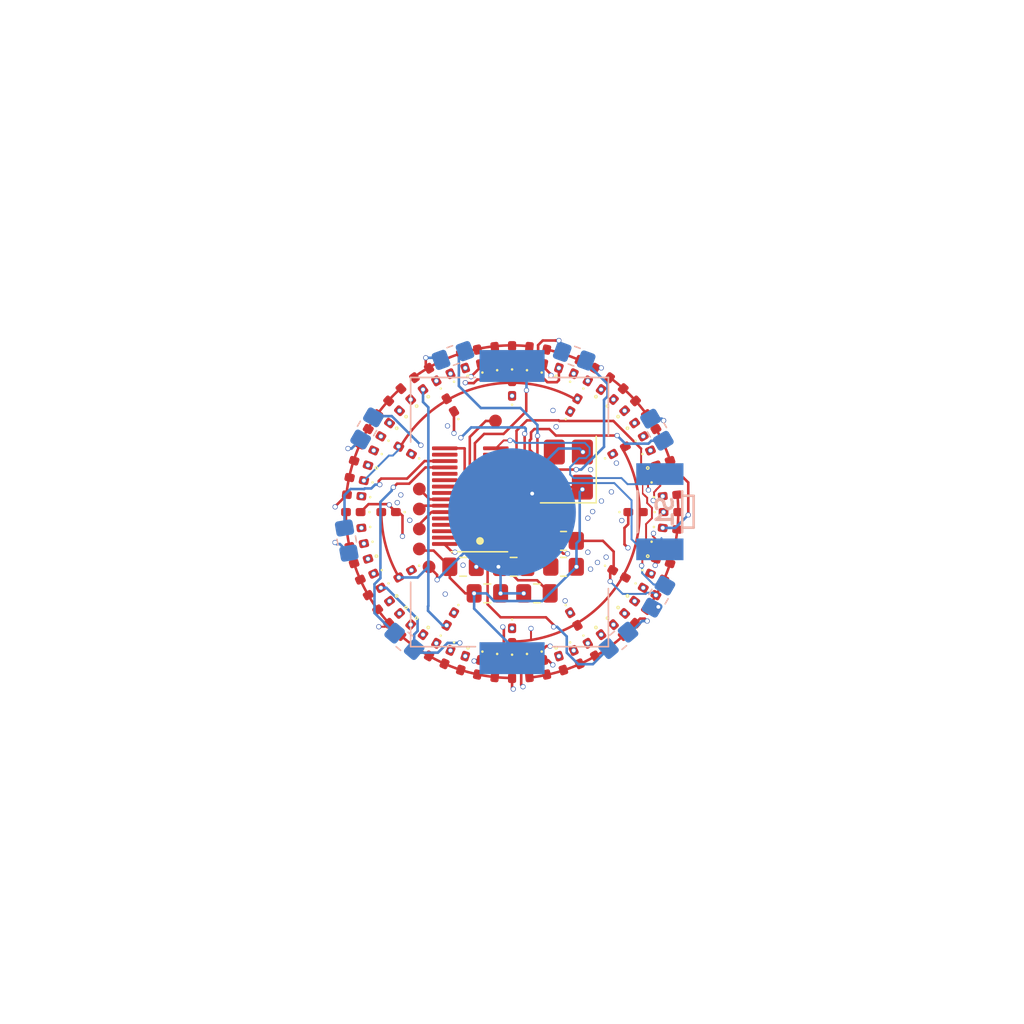
<source format=kicad_pcb>
(kicad_pcb (version 20241229) (generator "pcbnew") (generator_version "9.0")
  (layers (0 "F.Cu" signal) (4 "In1.Cu" signal) (6 "In2.Cu" signal) (2 "B.Cu" signal) (13 "F.Paste" user) (15 "B.Paste" user) (5 "F.SilkS" user "F.Silkscreen") (7 "B.SilkS" user "B.Silkscreen") (1 "F.Mask" user) (3 "B.Mask" user) (25 "Edge.Cuts" user))
  (net 0 "")
  (net 1 "NRST")
  (net 2 "GND")
  (net 3 "Net-(U3-VCORE)")
  (net 4 "Net-(U3-PA4{slash}LFCLK_IN{slash}LFXOUT)")
  (net 5 "Net-(U3-PA2{slash}ROSC)")
  (net 6 "Net-(U3-PA5{slash}HFXIN{slash}FCC_IN)")
  (net 7 "Net-(U3-PA8)")
  (net 8 "Net-(U3-PA10{slash}CLK_OUT)")
  (net 9 "Net-(U3-PA25{slash}A0_2)")
  (net 10 "Net-(U3-PA13)")
  (net 11 "Net-(U3-PA12{slash}FCC_IN)")
  (net 12 "Net-(U3-PA7{slash}CLK_OUT)")
  (net 15 "Net-(U3-PA9{slash}RTC_OUT{slash}CLK_OUT)")
  (net 25 "PA18{slash}SPI1_PICO{slash}BSL_Invoke")
  (net 29 "PA25{slash}SPI1_CS3")
  (net 30 "PA13{slash}TFT_D{slash}C")
  (net 31 "PA12")
  (net 32 "PA10")
  (net 33 "PA8{slash}SPI0_CS0")
  (net 34 "PA5{slash}HFXIN")
  (net 35 "PA4")
  (net 36 "PA2")
  (net 37 "Net-(U3-PA3{slash}LFXIN)")
  (net 38 "SWDIO")
  (net 39 "SWCLK")
  (net 40 "PA7")
  (net 41 "+VBATT")
  (footprint "LED_SMD:LED_0402_1005Metric_Pad0.77x0.64mm_HandSolder" (layer "F.Cu") (at 113.382352 63.007802 -60)
    (property "Reference" "D37" (hide yes))
    (property "Value" "LED_45deg")
  )
  (footprint "LED_SMD:LED_0402_1005Metric_Pad0.77x0.64mm_HandSolder" (layer "F.Cu") (at 104.571683 64.403275 -102)
    (property "Reference" "D30" (hide yes))
    (property "Value" "LED_45deg")
  )
  (footprint "LED_SMD:LED_0402_1005Metric_Pad0.77x0.64mm_HandSolder" (layer "F.Cu") (at 119.605352 52.22925)
    (property "Reference" "D47" (hide yes))
    (property "Value" "LED_45deg")
  )
  (footprint "TestPoint:TestPoint_Pad_D1.0mm" (layer "F.Cu") (at 100.650102 56.518602 90)
    (property "Reference" "TP2" (hide yes))
    (property "Value" "TestPoint")
  )
  (footprint "LED_SMD:LED_0402_1005Metric_Pad0.77x0.64mm_HandSolder" (layer "F.Cu") (at 98.775477 57.069249 -150)
    (property "Reference" "D66" (hide yes))
    (property "Value" "LED_45deg")
  )
  (footprint "Capacitor_SMD:C_0805_2012Metric_Pad1.18x1.45mm_HandSolder" (layer "F.Cu") (at 107.279502 56.518602 180)
    (property "Reference" "C4" (hide yes))
    (property "Value" "10nF")
  )
  (footprint "LED_SMD:LED_0402_1005Metric_Pad0.77x0.64mm_HandSolder" (layer "F.Cu") (at 107.158977 61.909898 -90)
    (property "Reference" "D68" (hide yes))
    (property "Value" "LED_45deg")
  )
  (footprint "LED_SMD:LED_0402_1005Metric_Pad0.77x0.64mm_HandSolder" (layer "F.Cu") (at 94.713352 52.22925 180)
    (property "Reference" "D17" (hide yes))
    (property "Value" "LED_45deg")
  )
  (footprint "LED_SMD:LED_0402_1005Metric_Pad0.77x0.64mm_HandSolder" (layer "F.Cu") (at 108.460313 39.85143 84)
    (property "Reference" "D1" (hide yes))
    (property "Value" "LED_45deg")
  )
  (footprint "LED_SMD:LED_0402_1005Metric_Pad0.77x0.64mm_HandSolder" (layer "F.Cu") (at 104.571683 40.055225 102)
    (property "Reference" "D4" (hide yes))
    (property "Value" "LED_45deg")
  )
  (footprint "LED_SMD:LED_0402_1005Metric_Pad0.77x0.64mm_HandSolder" (layer "F.Cu") (at 117.937904 46.00625 30)
    (property "Reference" "D52" (hide yes))
    (property "Value" "LED_45deg")
  )
  (footprint "LED_SMD:LED_0402_1005Metric_Pad0.77x0.64mm_HandSolder" (layer "F.Cu") (at 116.408532 43.90125 42)
    (property "Reference" "D54" (hide yes))
    (property "Value" "LED_45deg")
  )
  (footprint "LED_SMD:LED_0402_1005Metric_Pad0.77x0.64mm_HandSolder" (layer "F.Cu") (at 97.478704 52.228875 180)
    (property "Reference" "D65" (hide yes))
    (property "Value" "LED_45deg")
  )
  (footprint "Oscillator:Oscillator_SMD_Abracon_ASE-4Pin_3.2x2.5mm_HandSoldering" (layer "F.Cu") (at 111.572102 48.898602 90)
    (property "Reference" "Y2" (hide yes))
    (property "Value" "TXC-7C")
  )
  (footprint "TestPoint:TestPoint_Pad_D1.0mm" (layer "F.Cu") (at 99.888102 51.988935 90)
    (property "Reference" "TP3" (hide yes))
    (property "Value" "TestPoint" (hide yes))
  )
  (footprint "LED_SMD:LED_0402_1005Metric_Pad0.77x0.64mm_HandSolder" (layer "F.Cu") (at 102.097108 63.599237 -114)
    (property "Reference" "D28" (hide yes))
    (property "Value" "LED_45deg")
  )
  (footprint "LED_SMD:LED_0402_1005Metric_Pad0.77x0.64mm_HandSolder" (layer "F.Cu") (at 116.408532 60.55725 -42)
    (property "Reference" "D40" (hide yes))
    (property "Value" "LED_45deg")
  )
  (footprint "LED_SMD:LED_0402_1005Metric_Pad0.77x0.64mm_HandSolder" (layer "F.Cu") (at 96.3808 58.45225 -150)
    (property "Reference" "D22" (hide yes))
    (property "Value" "LED_45deg")
  )
  (footprint "TestPoint:TestPoint_Pad_D1.0mm" (layer "F.Cu") (at 99.888102 53.555269 90)
    (property "Reference" "TP4" (hide yes))
    (property "Value" "TestPoint" (hide yes))
  )
  (footprint "LED_SMD:LED_0402_1005Metric_Pad0.77x0.64mm_HandSolder" (layer "F.Cu") (at 96.3808 46.00625 150)
    (property "Reference" "D12" (hide yes))
    (property "Value" "LED_45deg")
  )
  (footprint "LED_SMD:LED_0402_1005Metric_Pad0.77x0.64mm_HandSolder" (layer "F.Cu") (at 107.159352 39.78325 90)
    (property "Reference" "D2" (hide yes))
    (property "Value" "LED_45deg")
  )
  (footprint "LED_SMD:LED_0402_1005Metric_Pad0.77x0.64mm_HandSolder" (layer "F.Cu") (at 94.985327 54.816919 -168)
    (property "Reference" "D19" (hide yes))
    (property "Value" "LED_45deg")
  )
  (footprint "LED_SMD:LED_0402_1005Metric_Pad0.77x0.64mm_HandSolder" (layer "F.Cu") (at 105.858391 39.85143 96)
    (property "Reference" "D3" (hide yes))
    (property "Value" "LED_45deg")
  )
  (footprint "LED_SMD:LED_0402_1005Metric_Pad0.77x0.64mm_HandSolder" (layer "F.Cu") (at 109.747021 64.403275 -78)
    (property "Reference" "D34" (hide yes))
    (property "Value" "LED_45deg")
  )
  (footprint "Resistor_SMD:R_0805_2012Metric_Pad1.20x1.40mm_HandSolder" (layer "F.Cu") (at 111.191102 56.518602 180)
    (property "Reference" "R19" (hide yes))
    (property "Value" "47k")
  )
  (footprint "Capacitor_SMD:C_0805_2012Metric_Pad1.18x1.45mm_HandSolder" (layer "F.Cu") (at 103.317102 56.518602)
    (property "Reference" "C7" (hide yes))
    (property "Value" "10uF")
  )
  (footprint "LED_SMD:LED_0402_1005Metric_Pad0.77x0.64mm_HandSolder" (layer "F.Cu") (at 118.996201 48.383224 18)
    (property "Reference" "D50" (hide yes))
    (property "Value" "LED_45deg")
  )
  (footprint "LED_SMD:LED_0402_1005Metric_Pad0.77x0.64mm_HandSolder" (layer "F.Cu") (at 115.487352 61.47843 -48)
    (property "Reference" "D39" (hide yes))
    (property "Value" "LED_45deg")
  )
  (footprint "LED_SMD:LED_0402_1005Metric_Pad0.77x0.64mm_HandSolder" (layer "F.Cu") (at 100.936352 41.450698 120)
    (property "Reference" "D7" (hide yes))
    (property "Value" "LED_45deg")
  )
  (footprint "LED_SMD:LED_0402_1005Metric_Pad0.77x0.64mm_HandSolder" (layer "F.Cu") (at 97.090326 44.913675 144)
    (property "Reference" "D11" (hide yes))
    (property "Value" "LED_45deg")
  )
  (footprint "LED_SMD:LED_0402_1005Metric_Pad0.77x0.64mm_HandSolder" (layer "F.Cu") (at 119.537172 53.530211 -6)
    (property "Reference" "D46" (hide yes))
    (property "Value" "LED_45deg")
  )
  (footprint "LED_SMD:LED_0402_1005Metric_Pad0.77x0.64mm_HandSolder" (layer "F.Cu") (at 115.487352 42.98007 48)
    (property "Reference" "D55" (hide yes))
    (property "Value" "LED_45deg")
  )
  (footprint "Capacitor_SMD:C_0805_2012Metric_Pad1.18x1.45mm_HandSolder" (layer "F.Cu") (at 105.222102 58.601402)
    (property "Reference" "C8" (hide yes))
    (property "Value" "0.1uF")
  )
  (footprint "LED_SMD:LED_0402_1005Metric_Pad0.77x0.64mm_HandSolder" (layer "F.Cu") (at 111.005378 64.066099 -72)
    (property "Reference" "D35" (hide yes))
    (property "Value" "LED_45deg")
  )
  (footprint "LED_SMD:LED_0402_1005Metric_Pad0.77x0.64mm_HandSolder" (layer "F.Cu") (at 99.843777 62.298276 -126)
    (property "Reference" "D26" (hide yes))
    (property "Value" "LED_45deg")
  )
  (footprint "TestPoint:TestPoint_Pad_D1.0mm" (layer "F.Cu") (at 99.888102 55.121602 90)
    (property "Reference" "TP1" (hide yes))
    (property "Value" "TestPoint")
  )
  (footprint "LED_SMD:LED_0402_1005Metric_Pad0.77x0.64mm_HandSolder" (layer "F.Cu") (at 118.529339 47.167006 24)
    (property "Reference" "D51" (hide yes))
    (property "Value" "LED_45deg")
  )
  (footprint "LED_SMD:LED_0402_1005Metric_Pad0.77x0.64mm_HandSolder" (layer "F.Cu") (at 113.382352 41.450698 60)
    (property "Reference" "D57" (hide yes))
    (property "Value" "LED_45deg")
  )
  (footprint "LED_SMD:LED_0402_1005Metric_Pad0.77x0.64mm_HandSolder" (layer "F.Cu") (at 98.831352 61.47843 -132)
    (property "Reference" "D25" (hide yes))
    (property "Value" "LED_45deg")
  )
  (footprint "LED_SMD:LED_0402_1005Metric_Pad0.77x0.64mm_HandSolder" (layer "F.Cu") (at 119.537172 50.928289 6)
    (property "Reference" "D48" (hide yes))
    (property "Value" "LED_45deg")
  )
  (footprint "LED_SMD:LED_0402_1005Metric_Pad0.77x0.64mm_HandSolder" (layer "F.Cu") (at 119.333377 54.816919 -12)
    (property "Reference" "D45" (hide yes))
    (property "Value" "LED_45deg")
  )
  (footprint "LED_SMD:LED_0402_1005Metric_Pad0.77x0.64mm_HandSolder" (layer "F.Cu") (at 99.843777 42.160224 126)
    (property "Reference" "D8" (hide yes))
    (property "Value" "LED_45deg")
  )
  (footprint "LED_SMD:LED_0402_1005Metric_Pad0.77x0.64mm_HandSolder" (layer "F.Cu") (at 98.775852 47.388601 150)
    (property "Reference" "D64" (hide yes))
    (property "Value" "LED_45deg")
  )
  (footprint "LED_SMD:LED_0402_1005Metric_Pad0.77x0.64mm_HandSolder" (layer "F.Cu") (at 95.322503 56.075276 -162)
    (property "Reference" "D20" (hide yes))
    (property "Value" "LED_45deg")
  )
  (footprint "LED_SMD:LED_0402_1005Metric_Pad0.77x0.64mm_HandSolder" (layer "F.Cu") (at 112.000001 43.84575 60)
    (property "Reference" "D61" (hide yes))
    (property "Value" "LED_45deg")
  )
  (footprint "LED_SMD:LED_0402_1005Metric_Pad0.77x0.64mm_HandSolder" (layer "F.Cu") (at 118.529339 57.291494 -24)
    (property "Reference" "D43" (hide yes))
    (property "Value" "LED_45deg")
  )
  (footprint "LED_SMD:LED_0402_1005Metric_Pad0.77x0.64mm_HandSolder" (layer "F.Cu") (at 102.319353 43.845375 120)
    (property "Reference" "D63" (hide yes))
    (property "Value" "LED_45deg")
  )
  (footprint "LED_SMD:LED_0402_1005Metric_Pad0.77x0.64mm_HandSolder" (layer "F.Cu") (at 115.543227 47.389251 30)
    (property "Reference" "D72" (hide yes))
    (property "Value" "LED_45deg")
  )
  (footprint "LED_SMD:LED_0402_1005Metric_Pad0.77x0.64mm_HandSolder" (layer "F.Cu") (at 117.228378 44.913675 36)
    (property "Reference" "D53" (hide yes))
    (property "Value" "LED_45deg")
  )
  (footprint "LED_SMD:LED_0402_1005Metric_Pad0.77x0.64mm_HandSolder" (layer "F.Cu") (at 102.318703 60.61275 -120)
    (property "Reference" "D67" (hide yes))
    (property "Value" "LED_45deg")
  )
  (footprint "LED_SMD:LED_0402_1005Metric_Pad0.77x0.64mm_HandSolder" (layer "F.Cu") (at 95.789365 47.167006 156)
    (property "Reference" "D13" (hide yes))
    (property "Value" "LED_45deg")
  )
  (footprint "LED_SMD:LED_0402_1005Metric_Pad0.77x0.64mm_HandSolder" (layer "F.Cu") (at 98.831352 42.98007 132)
    (property "Reference" "D9" (hide yes))
    (property "Value" "LED_45deg")
  )
  (footprint "LED_SMD:LED_0402_1005Metric_Pad0.77x0.64mm_HandSolder" (layer "F.Cu") (at 103.313326 40.392401 108)
    (property "Reference" "D5" (hide yes))
    (property "Value" "LED_45deg")
  )
  (footprint "LED_SMD:LED_0402_1005Metric_Pad0.77x0.64mm_HandSolder" (layer "F.Cu") (at 94.781532 50.928289 174)
    (property "Reference" "D16" (hide yes))
    (property "Value" "LED_45deg")
  )
  (footprint "led_watch:generic_VSSOP_0.5mm" (layer "F.Cu") (at 103.883127 53.730602 180)
    (property "Reference" "U3" (hide yes))
    (property "Value" "M0G3507QDGS32RQ1")
  )
  (footprint "LED_SMD:LED_0402_1005Metric_Pad0.77x0.64mm_HandSolder" (layer "F.Cu") (at 94.985327 49.641581 168)
    (property "Reference" "D15" (hide yes))
    (property "Value" "LED_45deg")
  )
  (footprint "Capacitor_SMD:C_0805_2012Metric_Pad1.18x1.45mm_HandSolder" (layer "F.Cu") (at 109.108302 58.601402 180)
    (property "Reference" "C9" (hide yes))
    (property "Value" "0.47uF")
  )
  (footprint "LED_SMD:LED_0402_1005Metric_Pad0.77x0.64mm_HandSolder" (layer "F.Cu") (at 97.910172 60.55725 -138)
    (property "Reference" "D24" (hide yes))
    (property "Value" "LED_45deg")
  )
  (footprint "LED_SMD:LED_0402_1005Metric_Pad0.77x0.64mm_HandSolder" (layer "F.Cu") (at 107.159727 42.548602 90)
    (property "Reference" "D62" (hide yes))
    (property "Value" "LED_45deg")
  )
  (footprint "LED_SMD:LED_0402_1005Metric_Pad0.77x0.64mm_HandSolder" (layer "F.Cu") (at 115.542852 57.069899 -30)
    (property "Reference" "D70" (hide yes))
    (property "Value" "LED_45deg")
  )
  (footprint "LED_SMD:LED_0402_1005Metric_Pad0.77x0.64mm_HandSolder" (layer "F.Cu") (at 119.333377 49.641581 12)
    (property "Reference" "D49" (hide yes))
    (property "Value" "LED_45deg")
  )
  (footprint "LED_SMD:LED_0402_1005Metric_Pad0.77x0.64mm_HandSolder" (layer "F.Cu") (at 108.460313 64.60707 -84)
    (property "Reference" "D33" (hide yes))
    (property "Value" "LED_45deg")
  )
  (footprint "LED_SMD:LED_0402_1005Metric_Pad0.77x0.64mm_HandSolder" (layer "F.Cu") (at 100.936352 63.007802 -120)
    (property "Reference" "D27" (hide yes))
    (property "Value" "LED_45deg")
  )
  (footprint "TestPoint:TestPoint_Pad_D1.0mm" (layer "F.Cu") (at 105.857102 45.088602 90)
    (property "Reference" "TP5" (hide yes))
    (property "Value" "TestPoint" (hide yes))
  )
  (footprint "LED_SMD:LED_0402_1005Metric_Pad0.77x0.64mm_HandSolder" (layer "F.Cu") (at 109.747021 40.055225 78)
    (property "Reference" "D60" (hide yes))
    (property "Value" "LED_45deg")
  )
  (footprint "LED_SMD:LED_0402_1005Metric_Pad0.77x0.64mm_HandSolder" (layer "F.Cu") (at 102.097108 40.859263 114)
    (property "Reference" "D6" (hide yes))
    (property "Value" "LED_45deg")
  )
  (footprint "LED_SMD:LED_0402_1005Metric_Pad0.77x0.64mm_HandSolder" (layer "F.Cu") (at 97.090326 59.544825 -144)
    (property "Reference" "D23" (hide yes))
    (property "Value" "LED_45deg")
  )
  (footprint "LED_SMD:LED_0402_1005Metric_Pad0.77x0.64mm_HandSolder" (layer "F.Cu") (at 117.228378 59.544825 -36)
    (property "Reference" "D41" (hide yes))
    (property "Value" "LED_45deg")
  )
  (footprint "LED_SMD:LED_0402_1005Metric_Pad0.77x0.64mm_HandSolder" (layer "F.Cu") (at 111.005378 40.392401 72)
    (property "Reference" "D59" (hide yes))
    (property "Value" "LED_45deg")
  )
  (footprint "LED_SMD:LED_0402_1005Metric_Pad0.77x0.64mm_HandSolder" (layer "F.Cu") (at 111.999351 60.613125 -60)
    (property "Reference" "D69" (hide yes))
    (property "Value" "LED_45deg")
  )
  (footprint "LED_SMD:LED_0402_1005Metric_Pad0.77x0.64mm_HandSolder" (layer "F.Cu") (at 117.937904 58.45225 -30)
    (property "Reference" "D42" (hide yes))
    (property "Value" "LED_45deg")
  )
  (footprint "TestPoint:TestPoint_Pad_D1.0mm" (layer "F.Cu") (at 99.888102 50.422602 90)
    (property "Reference" "TP6" (hide yes))
    (property "Value" "TestPoint" (hide yes))
  )
  (footprint "LED_SMD:LED_0402_1005Metric_Pad0.77x0.64mm_HandSolder" (layer "F.Cu") (at 114.474927 62.298276 -54)
    (property "Reference" "D38" (hide yes))
    (property "Value" "LED_45deg")
  )
  (footprint "LED_SMD:LED_0402_1005Metric_Pad0.77x0.64mm_HandSolder" (layer "F.Cu") (at 105.858391 64.60707 -96)
    (property "Reference" "D31" (hide yes))
    (property "Value" "LED_45deg")
  )
  (footprint "LED_SMD:LED_0402_1005Metric_Pad0.77x0.64mm_HandSolder" (layer "F.Cu") (at 94.781532 53.530211 -174)
    (property "Reference" "D18" (hide yes))
    (property "Value" "LED_45deg")
  )
  (footprint "LED_SMD:LED_0402_1005Metric_Pad0.77x0.64mm_HandSolder" (layer "F.Cu") (at 112.221596 63.599237 -66)
    (property "Reference" "D36" (hide yes))
    (property "Value" "LED_45deg")
  )
  (footprint "LED_SMD:LED_0402_1005Metric_Pad0.77x0.64mm_HandSolder" (layer "F.Cu") (at 107.159352 64.67525 -90)
    (property "Reference" "D32" (hide yes))
    (property "Value" "LED_45deg")
  )
  (footprint "LED_SMD:LED_0402_1005Metric_Pad0.77x0.64mm_HandSolder" (layer "F.Cu") (at 116.84 52.229625)
    (property "Reference" "D71" (hide yes))
    (property "Value" "LED_45deg")
  )
  (footprint "LED_SMD:LED_0402_1005Metric_Pad0.77x0.64mm_HandSolder" (layer "F.Cu") (at 103.313326 64.066099 -108)
    (property "Reference" "D29" (hide yes))
    (property "Value" "LED_45deg")
  )
  (footprint "LED_SMD:LED_0402_1005Metric_Pad0.77x0.64mm_HandSolder" (layer "F.Cu") (at 95.789365 57.291494 -156)
    (property "Reference" "D21" (hide yes))
    (property "Value" "LED_45deg")
  )
  (footprint "LED_SMD:LED_0402_1005Metric_Pad0.77x0.64mm_HandSolder" (layer "F.Cu") (at 112.221596 40.859263 66)
    (property "Reference" "D58" (hide yes))
    (property "Value" "LED_45deg")
  )
  (footprint "LED_SMD:LED_0402_1005Metric_Pad0.77x0.64mm_HandSolder" (layer "F.Cu") (at 114.474927 42.160224 54)
    (property "Reference" "D56" (hide yes))
    (property "Value" "LED_45deg")
  )
  (footprint "Resistor_SMD:R_0805_2012Metric_Pad1.20x1.40mm_HandSolder" (layer "F.Cu") (at 111.191102 54.486602)
    (property "Reference" "R11" (hide yes))
    (property "Value" "75")
  )
  (footprint "LED_SMD:LED_0402_1005Metric_Pad0.77x0.64mm_HandSolder" (layer "F.Cu") (at 97.910172 43.90125 138)
    (property "Reference" "D10" (hide yes))
    (property "Value" "LED_45deg")
  )
  (footprint "LED_SMD:LED_0402_1005Metric_Pad0.77x0.64mm_HandSolder" (layer "F.Cu") (at 118.996201 56.075276 -18)
    (property "Reference" "D44" (hide yes))
    (property "Value" "LED_45deg")
  )
  (footprint "LED_SMD:LED_0402_1005Metric_Pad0.77x0.64mm_HandSolder" (layer "F.Cu") (at 95.322503 48.383224 162)
    (property "Reference" "D14" (hide yes))
    (property "Value" "LED_45deg")
  )
  (footprint "led_watch:BAT_BAT-HLD-001" (layer "B.Cu") (at 107.159352 52.22925 90)
    (property "Reference" "BT1" (hide yes))
    (property "Value" "BAT-HLD-001")
  )
  (footprint "Resistor_SMD:R_0805_2012Metric_Pad1.20x1.40mm_HandSolder" (layer "B.Cu") (at 94.198502 54.461202 -80)
    (property "Reference" "R15" (hide yes))
    (property "Value" "75")
  )
  (footprint "Resistor_SMD:R_0805_2012Metric_Pad1.20x1.40mm_HandSolder" (layer "B.Cu") (at 102.529702 39.957802 -160)
    (property "Reference" "R1" (hide yes))
    (property "Value" "75")
  )
  (footprint "Resistor_SMD:R_0805_2012Metric_Pad1.20x1.40mm_HandSolder" (layer "B.Cu") (at 118.514302 45.771977 120)
    (property "Reference" "R5" (hide yes))
    (property "Value" "75")
  )
  (footprint "Resistor_SMD:R_0805_2012Metric_Pad1.20x1.40mm_HandSolder" (layer "B.Cu") (at 95.790702 45.670377 -120)
    (property "Reference" "R17" (hide yes))
    (property "Value" "75")
  )
  (footprint "led_watch:KSS223GLFG" (layer "B.Cu") (at 119.192102 52.200602 -90)
    (property "Reference" "S1")
    (property "Value" "KSS223GLFG" (hide yes))
  )
  (footprint "Resistor_SMD:R_0805_2012Metric_Pad1.20x1.40mm_HandSolder" (layer "B.Cu") (at 118.636514 58.855337 -120)
    (property "Reference" "R7" (hide yes))
    (property "Value" "75")
  )
  (footprint "Resistor_SMD:R_0805_2012Metric_Pad1.20x1.40mm_HandSolder" (layer "B.Cu") (at 112.029302 40.008602 160)
    (property "Reference" "R3" (hide yes))
    (property "Value" "75")
  )
  (footprint "Resistor_SMD:R_0805_2012Metric_Pad1.20x1.40mm_HandSolder" (layer "B.Cu") (at 98.719702 62.360602 -40)
    (property "Reference" "R13" (hide yes))
    (property "Value" "75")
  )
  (footprint "Resistor_SMD:R_0805_2012Metric_Pad1.20x1.40mm_HandSolder" (layer "B.Cu") (at 115.483702 62.284402 40)
    (property "Reference" "R9" (hide yes))
    (property "Value" "75")
  )
  (gr_arc (start 94.173061 50.879802) (mid 95.529746 46.304765) (end 98.440303 42.523202) (stroke (width 0.2)) (layer "F.Cu") (net 36))
  (gr_arc (start 98.376573 47.156201) (mid 104.537978 42.434595) (end 112.233258 43.453982) (stroke (width 0.2)) (layer "F.Cu") (net 31))
  (gr_arc (start 107.14848 65.230806) (mid 102.487365 64.370625) (end 98.440302 61.903402) (stroke (width 0.2)) (layer "F.Cu") (net 33))
  (gr_arc (start 98.287902 57.331402) (mid 97.258612 54.861593) (end 96.911032 52.20856) (stroke (width 0.2)) (layer "F.Cu") (net 40))
  (gr_arc (start 97.500502 60.938202) (mid 95.001458 56.896861) (end 94.12926 52.226002) (stroke (width 0.2)) (layer "F.Cu") (net 34))
  (gr_arc (start 114.793322 41.668354) (mid 118.071451 45.111045) (end 119.896799 49.50039) (stroke (width 0.2)) (layer "F.Cu") (net 30))
  (gr_arc (start 109.864779 39.492241) (mid 111.826505 40.064446) (end 113.671954 40.942001) (stroke (width 0.2)) (layer "F.Cu") (net 31))
  (gr_arc (start 120.114573 50.85366) (mid 119.743378 55.605029) (end 117.689264 59.905483) (stroke (width 0.2)) (layer "F.Cu") (net 29))
  (gr_arc (start 115.7385 47.135222) (mid 115.849931 57.252076) (end 107.128021 62.379594) (stroke (width 0.2)) (layer "F.Cu") (net 40))
  (gr_arc (start 116.856277 60.949093) (mid 113.086095 63.847019) (end 108.527852 65.201517) (stroke (width 0.2)) (layer "F.Cu") (net 32))
  (gr_arc (start 99.477222 41.651165) (mid 103.760468 39.609658) (end 108.490253 39.231393) (stroke (width 0.2)) (layer "F.Cu") (net 35))
  (gr_circle (center 107.159352 52.22925) (end 107.159352 37.42925) (stroke (width 0.001)) (fill no) (layer "Edge.Cuts"))
  (segment (start 107.284102 52.230602) (end 105.883127 52.230602) (width 0.2) (layer "F.Cu") (net 1))
  (segment (start 105.857102 45.088602) (end 105.095102 45.088602) (width 0.2) (layer "F.Cu") (net 1))
  (segment (start 105.095102 45.088602) (end 103.845102 46.338602) (width 0.2) (layer "F.Cu") (net 1))
  (segment (start 103.845102 51.839602) (end 104.236102 52.230602) (width 0.2) (layer "F.Cu") (net 1))
  (segment (start 104.236102 52.230602) (end 105.883127 52.230602) (width 0.2) (layer "F.Cu") (net 1))
  (segment (start 103.845102 46.338602) (end 103.845102 51.839602) (width 0.2) (layer "F.Cu") (net 1))
  (segment (start 108.164602 53.111102) (end 107.284102 52.230602) (width 0.2) (layer "F.Cu") (net 1))
  (segment (start 108.164602 56.518602) (end 108.164602 53.111102) (width 0.2) (layer "F.Cu") (net 1))
  (segment (start 109.911702 56.518602) (end 108.164602 56.518602) (width 0.2) (layer "F.Cu") (net 1))
  (segment (start 101.285102 57.153602) (end 101.285102 57.534602) (width 0.2) (layer "F.Cu") (net 2))
  (segment (start 100.650102 56.518602) (end 101.285102 57.153602) (width 0.2) (layer "F.Cu") (net 2))
  (segment (start 108.735695 50.846009) (end 108.351102 51.230602) (width 0.2) (layer "F.Cu") (net 2))
  (segment (start 108.735695 50.780479) (end 108.735695 50.846009) (width 0.2) (layer "F.Cu") (net 2))
  (segment (start 108.351102 51.230602) (end 105.883127 51.230602) (width 0.2) (layer "F.Cu") (net 2))
  (via (at 106.259602 58.601402) (size 0.4) (drill 0.3) (layers "F.Cu" "B.Cu") (net 2))
  (via (at 104.354602 56.518602) (size 0.4) (drill 0.3) (layers "F.Cu" "B.Cu") (net 2))
  (via (at 112.715102 47.523602) (size 0.4) (drill 0.3) (layers "F.Cu" "B.Cu") (net 2))
  (via (at 101.285102 57.534602) (size 0.4) (drill 0.3) (layers "F.Cu" "B.Cu") (net 2))
  (via (at 108.735695 50.780479) (size 0.4) (drill 0.3) (layers "F.Cu" "B.Cu") (net 2))
  (via (at 106.089602 56.518602) (size 0.4) (drill 0.3) (layers "F.Cu" "B.Cu") (net 2))
  (via (at 108.070802 58.601402) (size 0.4) (drill 0.3) (layers "F.Cu" "B.Cu") (net 2))
  (segment (start 107.159352 50.898352) (end 107.159352 52.22925) (width 0.2) (layer "B.Cu") (net 2))
  (segment (start 110.810102 47.247602) (end 107.159352 50.898352) (width 0.2) (layer "B.Cu") (net 2))
  (segment (start 112.439102 47.247602) (end 110.810102 47.247602) (width 0.2) (layer "B.Cu") (net 2))
  (segment (start 101.285102 57.534602) (end 106.590454 52.22925) (width 0.2) (layer "B.Cu") (net 2))
  (segment (start 116.525102 54.359602) (end 116.935102 54.769602) (width 0.1524) (layer "B.Cu") (net 2))
  (segment (start 119.907454 55.074954) (end 119.907454 55.52221) (width 0.2) (layer "B.Cu") (net 2))
  (segment (start 106.590454 52.22925) (end 107.159352 52.22925) (width 0.2) (layer "B.Cu") (net 2))
  (segment (start 116.525102 51.311602) (end 116.525102 54.359602) (width 0.1524) (layer "B.Cu") (net 2))
  (segment (start 107.159352 52.22925) (end 109.431431 49.957171) (width 0.1524) (layer "B.Cu") (net 2))
  (segment (start 112.715102 47.523602) (end 112.439102 47.247602) (width 0.2) (layer "B.Cu") (net 2))
  (segment (start 106.259602 53.129) (end 107.159352 52.22925) (width 0.2) (layer "B.Cu") (net 2))
  (segment (start 108.070802 58.601402) (end 106.259602 58.601402) (width 0.2) (layer "B.Cu") (net 2))
  (segment (start 115.170671 49.957171) (end 116.525102 51.311602) (width 0.1524) (layer "B.Cu") (net 2))
  (segment (start 109.431431 49.957171) (end 115.170671 49.957171) (width 0.1524) (layer "B.Cu") (net 2))
  (segment (start 106.259602 58.601402) (end 106.259602 53.129) (width 0.2) (layer "B.Cu") (net 2))
  (segment (start 118.869102 54.769602) (end 118.869102 54.264605) (width 0.1524) (layer "B.Cu") (net 2))
  (segment (start 116.935102 54.769602) (end 118.869102 54.769602) (width 0.1524) (layer "B.Cu") (net 2))
  (segment (start 107.276102 53.873602) (end 107.276102 57.228762) (width 0.2) (layer "F.Cu") (net 3))
  (segment (start 107.622742 57.575402) (end 109.119802 57.575402) (width 0.2) (layer "F.Cu") (net 3))
  (segment (start 107.133102 53.730602) (end 107.276102 53.873602) (width 0.2) (layer "F.Cu") (net 3))
  (segment (start 107.276102 57.228762) (end 107.622742 57.575402) (width 0.2) (layer "F.Cu") (net 3))
  (segment (start 109.119802 57.575402) (end 110.145802 58.601402) (width 0.2) (layer "F.Cu") (net 3))
  (segment (start 105.883127 53.730602) (end 107.133102 53.730602) (width 0.2) (layer "F.Cu") (net 3))
  (segment (start 109.147102 48.284402) (end 107.700902 49.730602) (width 0.2) (layer "F.Cu") (net 4))
  (segment (start 109.156526 46.254749) (end 109.147102 46.264173) (width 0.2) (layer "F.Cu") (net 4))
  (segment (start 107.700902 49.730602) (end 105.883127 49.730602) (width 0.2) (layer "F.Cu") (net 4))
  (segment (start 109.147102 46.264173) (end 109.147102 48.284402) (width 0.2) (layer "F.Cu") (net 4))
  (via (at 109.156526 46.254749) (size 0.4) (drill 0.3) (layers "F.Cu" "B.Cu") (net 4))
  (segment (start 102.989238 42.347738) (end 102.989238 40.095939) (width 0.2) (layer "B.Cu") (net 4))
  (segment (start 102.989238 40.095939) (end 103.469395 39.615782) (width 0.2) (layer "B.Cu") (net 4))
  (segment (start 109.156526 46.254749) (end 109.147102 46.245325) (width 0.2) (layer "B.Cu") (net 4))
  (segment (start 104.714102 44.072602) (end 102.989238 42.347738) (width 0.2) (layer "B.Cu") (net 4))
  (segment (start 107.816429 44.072602) (end 104.714102 44.072602) (width 0.2) (layer "B.Cu") (net 4))
  (segment (start 109.147102 46.245325) (end 109.147102 45.403275) (width 0.2) (layer "B.Cu") (net 4))
  (segment (start 109.147102 45.403275) (end 107.816429 44.072602) (width 0.2) (layer "B.Cu") (net 4))
  (segment (start 112.190045 48.898602) (end 109.667102 48.898602) (width 0.2) (layer "F.Cu") (net 5))
  (segment (start 109.667102 48.898602) (end 107.835102 50.730602) (width 0.2) (layer "F.Cu") (net 5))
  (segment (start 107.835102 50.730602) (end 105.883127 50.730602) (width 0.2) (layer "F.Cu") (net 5))
  (via (at 112.190045 48.898602) (size 0.4) (drill 0.3) (layers "F.Cu" "B.Cu") (net 5))
  (segment (start 114.63942 42.18692) (end 114.63942 43.161854) (width 0.2) (layer "B.Cu") (net 5))
  (segment (start 114.366102 47.115764) (end 112.583264 48.898602) (width 0.2) (layer "B.Cu") (net 5))
  (segment (start 112.583264 48.898602) (end 112.190045 48.898602) (width 0.2) (layer "B.Cu") (net 5))
  (segment (start 112.968995 40.350622) (end 112.968995 40.516495) (width 0.2) (layer "B.Cu") (net 5))
  (segment (start 114.366102 43.435172) (end 114.366102 47.115764) (width 0.2) (layer "B.Cu") (net 5))
  (segment (start 112.968995 40.516495) (end 114.63942 42.18692) (width 0.2) (layer "B.Cu") (net 5))
  (segment (start 114.63942 43.161854) (end 114.366102 43.435172) (width 0.2) (layer "B.Cu") (net 5))
  (segment (start 110.590081 46.230708) (end 115.393858 46.230708) (width 0.2) (layer "F.Cu") (net 6))
  (segment (start 108.546102 46.605023) (end 108.646102 46.505023) (width 0.2) (layer "F.Cu") (net 6))
  (segment (start 108.905102 45.723602) (end 110.082975 45.723602) (width 0.2) (layer "F.Cu") (net 6))
  (segment (start 107.633802 49.230602) (end 108.746102 48.118302) (width 0.2) (layer "F.Cu") (net 6))
  (segment (start 110.082975 45.723602) (end 110.590081 46.230708) (width 0.2) (layer "F.Cu") (net 6))
  (segment (start 108.646102 46.505023) (end 108.646102 45.982602) (width 0.2) (layer "F.Cu") (net 6))
  (segment (start 108.746102 48.118302) (end 108.746102 47.549952) (width 0.2) (layer "F.Cu") (net 6))
  (segment (start 108.746102 47.549952) (end 108.546102 47.349952) (width 0.2) (layer "F.Cu") (net 6))
  (segment (start 108.546102 47.349952) (end 108.546102 46.605023) (width 0.2) (layer "F.Cu") (net 6))
  (segment (start 108.646102 45.982602) (end 108.905102 45.723602) (width 0.2) (layer "F.Cu") (net 6))
  (segment (start 105.883127 49.230602) (end 107.633802 49.230602) (width 0.2) (layer "F.Cu") (net 6))
  (via (at 115.393858 46.230708) (size 0.4) (drill 0.3) (layers "F.Cu" "B.Cu") (net 6))
  (segment (start 115.393858 46.230708) (end 116.029752 46.866602) (width 0.2) (layer "B.Cu") (net 6))
  (segment (start 117.845902 46.866602) (end 118.074502 46.638002) (width 0.2) (layer "B.Cu") (net 6))
  (segment (start 118.074502 46.638002) (end 119.014302 46.638002) (width 0.2) (layer "B.Cu") (net 6))
  (segment (start 116.029752 46.866602) (end 117.845902 46.866602) (width 0.2) (layer "B.Cu") (net 6))
  (segment (start 118.122499 51.896448) (end 117.747164 51.521113) (width 0.1524) (layer "F.Cu") (net 7))
  (segment (start 110.81782 45.041405) (end 110.865017 45.088602) (width 0.2) (layer "F.Cu") (net 7))
  (segment (start 107.508102 47.628602) (end 107.508102 45.857639) (width 0.2) (layer "F.Cu") (net 7))
  (segment (start 117.747164 51.521113) (end 117.747164 51.109089) (width 0.1524) (layer "F.Cu") (net 7))
  (segment (start 108.324336 45.041405) (end 110.81782 45.041405) (width 0.2) (layer "F.Cu") (net 7))
  (segment (start 105.883127 47.730602) (end 107.406102 47.730602) (width 0.2) (layer "F.Cu") (net 7))
  (segment (start 117.369154 56.375663) (end 117.369154 55.096123) (width 0.1524) (layer "F.Cu") (net 7))
  (segment (start 117.369154 55.096123) (end 117.662377 54.8029) (width 0.1524) (layer "F.Cu") (net 7))
  (segment (start 117.312939 56.431878) (end 117.369154 56.375663) (width 0.1524) (layer "F.Cu") (net 7))
  (segment (start 118.122499 52.708602) (end 118.122499 51.896448) (width 0.1524) (layer "F.Cu") (net 7))
  (segment (start 117.662377 54.8029) (end 117.662377 53.168724) (width 0.1524) (layer "F.Cu") (net 7))
  (segment (start 117.394513 50.77255) (end 117.394513 48.879013) (width 0.1016) (layer "F.Cu") (net 7))
  (segment (start 117.423925 50.801962) (end 117.394513 50.77255) (width 0.1016) (layer "F.Cu") (net 7))
  (segment (start 117.662377 53.168724) (end 118.122499 52.708602) (width 0.1524) (layer "F.Cu") (net 7))
  (segment (start 117.747164 51.109089) (end 117.586209 50.948134) (width 0.1524) (layer "F.Cu") (net 7))
  (segment (start 110.865017 45.088602) (end 115.101695 45.088602) (width 0.2) (layer "F.Cu") (net 7))
  (segment (start 117.273913 48.758413) (end 117.394513 48.879013) (width 0.1524) (layer "F.Cu") (net 7))
  (segment (start 115.101695 45.088602) (end 117.273913 47.26082) (width 0.2) (layer "F.Cu") (net 7))
  (segment (start 117.570097 50.948134) (end 117.423925 50.801962) (width 0.1524) (layer "F.Cu") (net 7))
  (segment (start 107.406102 47.730602) (end 107.508102 47.628602) (width 0.2) (layer "F.Cu") (net 7))
  (segment (start 107.508102 45.857639) (end 108.324336 45.041405) (width 0.2) (layer "F.Cu") (net 7))
  (segment (start 117.586209 50.948134) (end 117.570097 50.948134) (width 0.1524) (layer "F.Cu") (net 7))
  (segment (start 117.273913 47.26082) (end 117.273913 48.758413) (width 0.1524) (layer "F.Cu") (net 7))
  (via (at 117.312939 56.431878) (size 0.4) (drill 0.3) (layers "F.Cu" "B.Cu") (net 7))
  (segment (start 117.355902 56.474841) (end 117.355902 57.012686) (width 0.1524) (layer "B.Cu") (net 7))
  (segment (start 117.312939 56.431878) (end 117.355902 56.474841) (width 0.1524) (layer "B.Cu") (net 7))
  (segment (start 117.355902 57.012686) (end 118.250601 57.907385) (width 0.1524) (layer "B.Cu") (net 7))
  (segment (start 118.250601 57.907385) (end 119.264454 57.907385) (width 0.1524) (layer "B.Cu") (net 7))
  (segment (start 103.444102 53.851602) (end 103.444102 47.247602) (width 0.2) (layer "F.Cu") (net 8))
  (segment (start 103.427102 47.230602) (end 101.883127 47.230602) (width 0.2) (layer "F.Cu") (net 8))
  (segment (start 105.243102 55.650602) (end 103.444102 53.851602) (width 0.2) (layer "F.Cu") (net 8))
  (segment (start 110.429102 61.214719) (end 110.429102 61.090602) (width 0.2) (layer "F.Cu") (net 8))
  (segment (start 106.260937 60.478437) (end 105.243102 59.460602) (width 0.2) (layer "F.Cu") (net 8))
  (segment (start 109.816937 60.478437) (end 106.260937 60.478437) (width 0.2) (layer "F.Cu") (net 8))
  (segment (start 110.429102 61.090602) (end 109.816937 60.478437) (width 0.2) (layer "F.Cu") (net 8))
  (segment (start 110.417104 61.226717) (end 110.429102 61.214719) (width 0.2) (layer "F.Cu") (net 8))
  (segment (start 103.444102 47.247602) (end 103.427102 47.230602) (width 0.2) (layer "F.Cu") (net 8))
  (segment (start 105.243102 59.460602) (end 105.243102 55.650602) (width 0.2) (layer "F.Cu") (net 8))
  (via (at 110.417104 61.226717) (size 0.4) (drill 0.3) (layers "F.Cu" "B.Cu") (net 8))
  (segment (start 114.717658 62.92719) (end 113.492666 64.152182) (width 0.2) (layer "B.Cu") (net 8))
  (segment (start 111.445102 61.979602) (end 110.692217 61.226717) (width 0.2) (layer "B.Cu") (net 8))
  (segment (start 113.492666 64.152182) (end 112.347682 64.152182) (width 0.2) (layer "B.Cu") (net 8))
  (segment (start 111.445102 63.249602) (end 111.445102 61.979602) (width 0.2) (layer "B.Cu") (net 8))
  (segment (start 112.347682 64.152182) (end 111.445102 63.249602) (width 0.2) (layer "B.Cu") (net 8))
  (segment (start 110.692217 61.226717) (end 110.417104 61.226717) (width 0.2) (layer "B.Cu") (net 8))
  (segment (start 102.481152 55.375602) (end 101.883127 54.777577) (width 0.2) (layer "F.Cu") (net 9))
  (segment (start 101.883127 54.777577) (end 101.883127 54.730602) (width 0.2) (layer "F.Cu") (net 9))
  (segment (start 102.682102 55.375602) (end 102.481152 55.375602) (width 0.2) (layer "F.Cu") (net 9))
  (segment (start 111.183465 55.494965) (end 110.191101 54.502601) (width 0.2) (layer "F.Cu") (net 9))
  (segment (start 110.191101 54.502601) (end 110.191101 54.486602) (width 0.2) (layer "F.Cu") (net 9))
  (segment (start 111.502902 55.494965) (end 111.183465 55.494965) (width 0.2) (layer "F.Cu") (net 9))
  (via (at 102.682102 55.375602) (size 0.4) (drill 0.3) (layers "F.Cu" "B.Cu") (net 9))
  (via (at 111.502902 55.494965) (size 0.4) (drill 0.3) (layers "F.Cu" "B.Cu") (net 9))
  (segment (start 98.146102 50.005602) (end 99.092202 50.005602) (width 0.2) (layer "F.Cu") (net 10))
  (segment (start 99.093202 50.006602) (end 100.369202 48.730602) (width 0.2) (layer "F.Cu") (net 10))
  (segment (start 100.369202 48.730602) (end 101.883127 48.730602) (width 0.2) (layer "F.Cu") (net 10))
  (segment (start 97.86225 50.289454) (end 98.146102 50.005602) (width 0.2) (layer "F.Cu") (net 10))
  (segment (start 97.852795 50.289454) (end 97.86225 50.289454) (width 0.2) (layer "F.Cu") (net 10))
  (segment (start 99.092202 50.005602) (end 99.093202 50.006602) (width 0.2) (layer "F.Cu") (net 10))
  (via (at 97.852795 50.289454) (size 0.4) (drill 0.3) (layers "F.Cu" "B.Cu") (net 10))
  (segment (start 97.852795 50.289454) (end 97.726432 50.415817) (width 0.2) (layer "B.Cu") (net 10))
  (segment (start 96.840102 51.438602) (end 96.840102 57.407602) (width 0.2) (layer "B.Cu") (net 10))
  (segment (start 96.3756 57.872104) (end 96.840102 57.407602) (width 0.2) (layer "B.Cu") (net 10))
  (segment (start 97.726432 50.415817) (end 97.726432 50.552272) (width 0.2) (layer "B.Cu") (net 10))
  (segment (start 97.726432 50.552272) (end 96.840102 51.438602) (width 0.2) (layer "B.Cu") (net 10))
  (segment (start 96.3756 60.139756) (end 96.3756 57.872104) (width 0.2) (layer "B.Cu") (net 10))
  (segment (start 97.953658 61.717814) (end 96.3756 60.139756) (width 0.2) (layer "B.Cu") (net 10))
  (segment (start 100.302102 48.230602) (end 101.883127 48.230602) (width 0.2) (layer "F.Cu") (net 11))
  (segment (start 96.789864 50.077223) (end 96.713102 50.000461) (width 0.2) (layer "F.Cu") (net 11))
  (segment (start 98.928102 49.604602) (end 100.302102 48.230602) (width 0.2) (layer "F.Cu") (net 11))
  (segment (start 96.713102 49.787602) (end 96.896102 49.604602) (width 0.2) (layer "F.Cu") (net 11))
  (segment (start 96.713102 50.000461) (end 96.713102 49.787602) (width 0.2) (layer "F.Cu") (net 11))
  (segment (start 96.896102 49.604602) (end 98.928102 49.604602) (width 0.2) (layer "F.Cu") (net 11))
  (via (at 96.789864 50.077223) (size 0.4) (drill 0.3) (layers "F.Cu" "B.Cu") (net 11))
  (segment (start 94.501662 50.422602) (end 94.024854 50.89941) (width 0.2) (layer "B.Cu") (net 11))
  (segment (start 95.570102 50.422602) (end 94.501662 50.422602) (width 0.2) (layer "B.Cu") (net 11))
  (segment (start 96.789864 50.077223) (end 96.422481 50.077223) (width 0.2) (layer "B.Cu") (net 11))
  (segment (start 94.024854 50.89941) (end 94.024854 53.476394) (width 0.2) (layer "B.Cu") (net 11))
  (segment (start 96.422481 50.077223) (end 96.121102 50.378602) (width 0.2) (layer "B.Cu") (net 11))
  (segment (start 95.614102 50.378602) (end 95.570102 50.422602) (width 0.2) (layer "B.Cu") (net 11))
  (segment (start 96.121102 50.378602) (end 95.614102 50.378602) (width 0.2) (layer "B.Cu") (net 11))
  (segment (start 108.066702 48.230602) (end 105.883127 48.230602) (width 0.2) (layer "F.Cu") (net 12))
  (segment (start 108.144024 46.089722) (end 108.144024 46.402491) (width 0.2) (layer "F.Cu") (net 12))
  (segment (start 108.345102 47.716052) (end 108.345102 47.952202) (width 0.2) (layer "F.Cu") (net 12))
  (segment (start 108.145102 46.403569) (end 108.145102 47.516052) (width 0.2) (layer "F.Cu") (net 12))
  (segment (start 108.145102 47.516052) (end 108.345102 47.716052) (width 0.2) (layer "F.Cu") (net 12))
  (segment (start 108.144024 46.402491) (end 108.145102 46.403569) (width 0.2) (layer "F.Cu") (net 12))
  (segment (start 108.345102 47.952202) (end 108.066702 48.230602) (width 0.2) (layer "F.Cu") (net 12))
  (via (at 103.145578 46.403126) (size 0.4) (drill 0.3) (layers "F.Cu" "B.Cu") (net 12))
  (via (at 108.144024 46.089722) (size 0.4) (drill 0.3) (layers "F.Cu" "B.Cu") (net 12))
  (via (at 100.01118 46.989194) (size 0.4) (drill 0.3) (layers "F.Cu" "B.Cu") (net 12))
  (segment (start 103.952102 45.596602) (end 108.142135 45.596602) (width 0.2) (layer "B.Cu") (net 12))
  (segment (start 99.573698 46.552198) (end 97.729102 44.707602) (width 0.2) (layer "B.Cu") (net 12))
  (segment (start 100.01118 46.989194) (end 99.574184 46.552198) (width 0.2) (layer "B.Cu") (net 12))
  (segment (start 99.574184 46.552198) (end 99.573698 46.552198) (width 0.2) (layer "B.Cu") (net 12))
  (segment (start 108.142135 45.596602) (end 108.230085 45.684552) (width 0.2) (layer "B.Cu") (net 12))
  (segment (start 96.387452 44.707602) (end 96.290702 44.804352) (width 0.2) (layer "B.Cu") (net 12))
  (segment (start 108.230085 45.684552) (end 108.230085 46.003661) (width 0.2) (layer "B.Cu") (net 12))
  (segment (start 103.145578 46.403126) (end 103.952102 45.596602) (width 0.2) (layer "B.Cu") (net 12))
  (segment (start 108.230085 46.003661) (end 108.144024 46.089722) (width 0.2) (layer "B.Cu") (net 12))
  (segment (start 97.729102 44.707602) (end 96.387452 44.707602) (width 0.2) (layer "B.Cu") (net 12))
  (segment (start 107.000102 46.612602) (end 106.501127 46.612602) (width 0.1524) (layer "F.Cu") (net 15))
  (segment (start 106.501127 46.612602) (end 105.883127 47.230602) (width 0.1524) (layer "F.Cu") (net 15))
  (via (at 107.000102 46.612602) (size 0.4) (drill 0.3) (layers "F.Cu" "B.Cu") (net 15))
  (segment (start 107.000102 46.612602) (end 107.254102 46.612602) (width 0.1524) (layer "B.Cu") (net 15))
  (segment (start 107.446302 46.804802) (end 112.866326 46.804802) (width 0.1524) (layer "B.Cu") (net 15))
  (segment (start 116.210305 50.041602) (end 117.697102 50.041602) (width 0.1524) (layer "B.Cu") (net 15))
  (segment (start 112.866326 46.804802) (end 113.235353 47.173829) (width 0.1524) (layer "B.Cu") (net 15))
  (segment (start 115.732703 49.564001) (end 116.210305 50.041602) (width 0.1524) (layer "B.Cu") (net 15))
  (segment (start 112.412982 48.000802) (end 111.712845 48.700939) (width 0.1524) (layer "B.Cu") (net 15))
  (segment (start 117.697102 50.041602) (end 118.869102 48.869602) (width 0.1524) (layer "B.Cu") (net 15))
  (segment (start 113.235353 47.705521) (end 112.940072 48.000802) (width 0.1524) (layer "B.Cu") (net 15))
  (segment (start 112.940072 48.000802) (end 112.412982 48.000802) (width 0.1524) (layer "B.Cu") (net 15))
  (segment (start 111.712845 49.293345) (end 111.983501 49.564001) (width 0.1524) (layer "B.Cu") (net 15))
  (segment (start 111.712845 48.700939) (end 111.712845 49.293345) (width 0.1524) (layer "B.Cu") (net 15))
  (segment (start 111.983501 49.564001) (end 115.732703 49.564001) (width 0.1524) (layer "B.Cu") (net 15))
  (segment (start 113.235353 47.173829) (end 113.235353 47.705521) (width 0.1524) (layer "B.Cu") (net 15))
  (segment (start 107.254102 46.612602) (end 107.446302 46.804802) (width 0.1524) (layer "B.Cu") (net 15))
  (segment (start 100.696102 51.230602) (end 101.883127 51.230602) (width 0.2) (layer "F.Cu") (net 25))
  (segment (start 99.888102 50.422602) (end 100.696102 51.230602) (width 0.2) (layer "F.Cu") (net 25))
  (segment (start 115.122624 55.328299) (end 114.280927 54.486602) (width 0.2) (layer "F.Cu") (net 29))
  (segment (start 114.851042 57.663252) (end 114.851042 56.979659) (width 0.2) (layer "F.Cu") (net 29))
  (segment (start 114.280927 54.486602) (end 112.191103 54.486602) (width 0.2) (layer "F.Cu") (net 29))
  (segment (start 115.122624 56.708077) (end 115.122624 55.328299) (width 0.2) (layer "F.Cu") (net 29))
  (segment (start 114.851042 56.979659) (end 115.122624 56.708077) (width 0.2) (layer "F.Cu") (net 29))
  (via (at 96.31237 47.399863) (size 0.4) (drill 0.3) (layers "F.Cu" "B.Cu") (net 29))
  (via (at 114.851042 57.663252) (size 0.4) (drill 0.3) (layers "F.Cu" "B.Cu") (net 29))
  (via (at 118.433704 58.7385) (size 0.4) (drill 0.3) (layers "F.Cu" "B.Cu") (net 29))
  (via (at 107.159727 43.121102) (size 0.4) (drill 0.3) (layers "F.Cu" "B.Cu") (net 29))
  (via (at 102.099075 45.474975) (size 0.4) (drill 0.3) (layers "F.Cu" "B.Cu") (net 29))
  (via (at 103.490238 40.936881) (size 0.4) (drill 0.3) (layers "F.Cu" "B.Cu") (net 29))
  (via (at 103.490238 63.521619) (size 0.4) (drill 0.3) (layers "F.Cu" "B.Cu") (net 29))
  (via (at 115.336502 48.390602) (size 0.4) (drill 0.3) (layers "F.Cu" "B.Cu") (net 29))
  (via (at 115.983082 44.284327) (size 0.4) (drill 0.3) (layers "F.Cu" "B.Cu") (net 29))
  (via (at 113.096102 62.512002) (size 0.4) (drill 0.3) (layers "F.Cu" "B.Cu") (net 29))
  (via (at 96.31237 57.058637) (size 0.4) (drill 0.3) (layers "F.Cu" "B.Cu") (net 29))
  (segment (start 115.83099 58.6432) (end 114.851042 57.663252) (width 0.1524) (layer "B.Cu") (net 29))
  (segment (start 117.732365 58.550602) (end 117.639767 58.6432) (width 0.1524) (layer "B.Cu") (net 29))
  (segment (start 118.245806 58.550602) (end 117.732365 58.550602) (width 0.1524) (layer "B.Cu") (net 29))
  (segment (start 118.433704 58.7385) (end 118.245806 58.550602) (width 0.1524) (layer "B.Cu") (net 29))
  (segment (start 117.639767 58.6432) (end 115.83099 58.6432) (width 0.1524) (layer "B.Cu") (net 29))
  (segment (start 116.2675 53.174604) (end 116.2675 52.229625) (width 0.2032) (layer "F.Cu") (net 30))
  (segment (start 104.244659 63.843285) (end 104.69071 63.843285) (width 0.2032) (layer "F.Cu") (net 30))
  (segment (start 120.970102 49.914602) (end 120.578054 49.522554) (width 0.2) (layer "F.Cu") (net 30))
  (segment (start 102.605603 46.052198) (end 102.605603 44.341175) (width 0.2032) (layer "F.Cu") (net 30))
  (segment (start 120.578054 49.522554) (end 119.893367 49.522554) (width 0.2) (layer "F.Cu") (net 30))
  (segment (start 115.971502 53.470602) (end 116.2675 53.174604) (width 0.2032) (layer "F.Cu") (net 30))
  (segment (start 104.184973 63.902971) (end 104.244659 63.843285) (width 0.2032) (layer "F.Cu") (net 30))
  (segment (start 116.244236 55.03343) (end 115.971502 54.760696) (width 0.2032) (layer "F.Cu") (net 30))
  (segment (start 120.970102 52.454602) (end 120.970102 49.914602) (width 0.2) (layer "F.Cu") (net 30))
  (segment (start 115.971502 54.760696) (end 115.971502 53.470602) (width 0.2032) (layer "F.Cu") (net 30))
  (via (at 103.062638 62.487602) (size 0.4) (drill 0.3) (layers "F.Cu" "B.Cu") (net 30))
  (via (at 102.605603 46.052198) (size 0.4) (drill 0.3) (layers "F.Cu" "B.Cu") (net 30))
  (via (at 114.13842 61.835114) (size 0.4) (drill 0.3) (layers "F.Cu" "B.Cu") (net 30))
  (via (at 102.329965 41.382268) (size 0.4) (drill 0.3) (layers "F.Cu" "B.Cu") (net 30))
  (via (at 104.184973 63.902971) (size 0.4) (drill 0.3) (layers "F.Cu" "B.Cu") (net 30))
  (via (at 120.970102 52.454602) (size 0.4) (drill 0.3) (layers "F.Cu" "B.Cu") (net 30))
  (via (at 96.8766 58.166) (size 0.4) (drill 0.3) (layers "F.Cu" "B.Cu") (net 30))
  (via (at 118.967808 53.470368) (size 0.4) (drill 0.3) (layers "F.Cu" "B.Cu") (net 30))
  (via (at 95.866983 48.560136) (size 0.4) (drill 0.3) (layers "F.Cu" "B.Cu") (net 30))
  (via (at 116.244236 55.03343) (size 0.4) (drill 0.3) (layers "F.Cu" "B.Cu") (net 30))
  (segment (start 99.752684 61.55193) (end 99.485746 61.818868) (width 0.2032) (layer "B.Cu") (net 30))
  (segment (start 99.485746 63.00339) (end 99.731958 63.249602) (width 0.2032) (layer "B.Cu") (net 30))
  (segment (start 119.954336 53.470368) (end 118.967808 53.470368) (width 0.2) (layer "B.Cu") (net 30))
  (segment (start 99.752684 60.609698) (end 99.752684 61.55193) (width 0.2032) (layer "B.Cu") (net 30))
  (segment (start 102.106724 62.487602) (end 103.062638 62.487602) (width 0.2032) (layer "B.Cu") (net 30))
  (segment (start 96.8766 58.166) (end 97.308986 58.166) (width 0.2032) (layer "B.Cu") (net 30))
  (segment (start 99.485746 61.818868) (end 99.485746 63.00339) (width 0.2032) (layer "B.Cu") (net 30))
  (segment (start 101.344724 63.249602) (end 102.106724 62.487602) (width 0.2032) (layer "B.Cu") (net 30))
  (segment (start 99.731958 63.249602) (end 101.344724 63.249602) (width 0.2032) (layer "B.Cu") (net 30))
  (segment (start 97.308986 58.166) (end 99.752684 60.609698) (width 0.2032) (layer "B.Cu") (net 30))
  (segment (start 99.752684 62.736452) (end 99.485746 63.00339) (width 0.2032) (layer "B.Cu") (net 30))
  (segment (start 120.970102 52.454602) (end 119.954336 53.470368) (width 0.2) (layer "B.Cu") (net 30))
  (segment (start 106.513245 63.442695) (end 105.918234 64.037706) (width 0.2032) (layer "F.Cu") (net 31))
  (segment (start 113.800806 40.954898) (end 113.668602 40.954898) (width 0.1524) (layer "F.Cu") (net 31))
  (segment (start 98.280052 47.102351) (end 98.271604 47.102351) (width 0.1524) (layer "F.Cu") (net 31))
  (segment (start 106.434234 61.235789) (end 106.510289 61.235789) (width 0.2032) (layer "F.Cu") (net 31))
  (segment (start 106.510289 61.235789) (end 106.513245 61.238745) (width 0.2032) (layer "F.Cu") (net 31))
  (segment (start 98.271604 47.102351) (end 98.255412 47.086159) (width 0.1524) (layer "F.Cu") (net 31))
  (segment (start 113.825709 40.929995) (end 113.800806 40.954898) (width 0.1524) (layer "F.Cu") (net 31))
  (segment (start 114.149409 40.929995) (end 113.825709 40.929995) (width 0.1524) (layer "F.Cu") (net 31))
  (segment (start 106.513245 61.238745) (end 106.513245 63.442695) (width 0.2032) (layer "F.Cu") (net 31))
  (via (at 113.097102 52.708602) (size 0.4) (drill 0.3) (layers "F.Cu" "B.Cu") (net 31))
  (via (at 115.758205 52.893285) (size 0.4) (drill 0.3) (layers "F.Cu" "B.Cu") (net 31))
  (via (at 97.553488 59.208318) (size 0.4) (drill 0.3) (layers "F.Cu" "B.Cu") (net 31))
  (via (at 115.047427 47.675501) (size 0.4) (drill 0.3) (layers "F.Cu" "B.Cu") (net 31))
  (via (at 99.139816 52.872475) (size 0.4) (drill 0.3) (layers "F.Cu" "B.Cu") (net 31))
  (via (at 115.104275 61.05298) (size 0.4) (drill 0.3) (layers "F.Cu" "B.Cu") (net 31))
  (via (at 115.104275 43.40552) (size 0.4) (drill 0.3) (layers "F.Cu" "B.Cu") (net 31))
  (via (at 95.545317 49.760608) (size 0.4) (drill 0.3) (layers "F.Cu" "B.Cu") (net 31))
  (via (at 98.255412 47.086159) (size 0.4) (drill 0.3) (layers "F.Cu" "B.Cu") (net 31))
  (via (at 119.032852 52.22925) (size 0.4) (drill 0.3) (layers "F.Cu" "B.Cu") (net 31))
  (via (at 106.434234 61.235789) (size 0.4) (drill 0.3) (layers "F.Cu" "B.Cu") (net 31))
  (via (at 93.284102 54.613602) (size 0.4) (drill 0.3) (layers "F.Cu" "B.Cu") (net 31))
  (via (at 114.149409 40.929995) (size 0.4) (drill 0.3) (layers "F.Cu" "B.Cu") (net 31))
  (via (at 112.286251 43.34995) (size 0.4) (drill 0.3) (layers "F.Cu" "B.Cu") (net 31))
  (via (at 101.222602 41.946498) (size 0.4) (drill 0.3) (layers "F.Cu" "B.Cu") (net 31))
  (segment (start 97.503862 47.802063) (end 95.545317 49.760608) (width 0.1524) (layer "B.Cu") (net 31))
  (segment (start 93.665102 54.738962) (end 94.37215 55.44601) (width 0.2032) (layer "B.Cu") (net 31))
  (segment (start 98.255412 47.356292) (end 97.809641 47.802063) (width 0.1524) (layer "B.Cu") (net 31))
  (segment (start 98.255412 47.086159) (end 98.255412 47.356292) (width 0.1524) (layer "B.Cu") (net 31))
  (segment (start 93.409462 54.738962) (end 93.665102 54.738962) (width 0.2032) (layer "B.Cu") (net 31))
  (segment (start 93.284102 54.613602) (end 93.409462 54.738962) (width 0.2032) (layer "B.Cu") (net 31))
  (segment (start 97.809641 47.802063) (end 97.503862 47.802063) (width 0.1524) (layer "B.Cu") (net 31))
  (segment (start 104.69071 40.862853) (end 104.69071 40.615215) (width 0.2032) (layer "F.Cu") (net 32))
  (segment (start 118.196302 54.120807) (end 118.773387 54.697892) (width 0.1524) (layer "F.Cu") (net 32))
  (segment (start 103.954835 41.598728) (end 104.69071 40.862853) (width 0.2032) (layer "F.Cu") (net 32))
  (segment (start 117.749407 60.769178) (end 117.562831 60.582602) (width 0.2032) (layer "F.Cu") (net 32))
  (segment (start 103.946834 41.616616) (end 103.954835 41.608615) (width 0.2032) (layer "F.Cu") (net 32))
  (segment (start 103.954835 41.608615) (end 103.954835 41.598728) (width 0.2032) (layer "F.Cu") (net 32))
  (segment (start 118.2448 53.899778) (end 118.196302 53.948276) (width 0.1524) (layer "F.Cu") (net 32))
  (segment (start 118.196302 53.948276) (end 118.196302 54.120807) (width 0.1524) (layer "F.Cu") (net 32))
  (segment (start 117.191707 60.582602) (end 116.833982 60.940327) (width 0.2032) (layer "F.Cu") (net 32))
  (segment (start 117.562831 60.582602) (end 117.191707 60.582602) (width 0.2032) (layer "F.Cu") (net 32))
  (via (at 103.946834 41.616616) (size 0.4) (drill 0.3) (layers "F.Cu" "B.Cu") (net 32))
  (via (at 96.8766 46.2925) (size 0.4) (drill 0.3) (layers "F.Cu" "B.Cu") (net 32))
  (via (at 111.713751 44.34155) (size 0.4) (drill 0.3) (layers "F.Cu" "B.Cu") (net 32))
  (via (at 111.713101 60.117325) (size 0.4) (drill 0.3) (layers "F.Cu" "B.Cu") (net 32))
  (via (at 118.2448 53.899778) (size 0.4) (drill 0.3) (layers "F.Cu" "B.Cu") (net 32))
  (via (at 102.329965 63.076232) (size 0.4) (drill 0.3) (layers "F.Cu" "B.Cu") (net 32))
  (via (at 101.920102 58.657402) (size 0.4) (drill 0.3) (layers "F.Cu" "B.Cu") (net 32))
  (via (at 117.749407 60.769178) (size 0.4) (drill 0.3) (layers "F.Cu" "B.Cu") (net 32))
  (via (at 116.765216 45.250182) (size 0.4) (drill 0.3) (layers "F.Cu" "B.Cu") (net 32))
  (via (at 95.866983 55.898364) (size 0.4) (drill 0.3) (layers "F.Cu" "B.Cu") (net 32))
  (segment (start 117.749407 60.769178) (end 117.354526 60.769178) (width 0.2032) (layer "B.Cu") (net 32))
  (segment (start 117.354526 60.769178) (end 116.48209 61.641614) (width 0.2032) (layer "B.Cu") (net 32))
  (segment (start 116.48209 61.641614) (end 116.249746 61.641614) (width 0.2032) (layer "B.Cu") (net 32))
  (segment (start 103.523551 42.119216) (end 103.492716 42.088381) (width 0.2032) (layer "F.Cu") (net 33))
  (segment (start 118.378184 55.971901) (end 118.451721 55.898364) (width 0.2032) (layer "F.Cu") (net 33))
  (segment (start 110.210115 41.515552) (end 110.210115 41.440615) (width 0.2032) (layer "F.Cu") (net 33))
  (segment (start 118.378184 56.405935) (end 118.378184 55.971901) (width 0.2032) (layer "F.Cu") (net 33))
  (segment (start 107.159352 65.24775) (end 107.159352 66.009631) (width 0.2032) (layer "F.Cu") (net 33))
  (segment (start 104.659337 41.841367) (end 104.432867 41.841367) (width 0.2032) (layer "F.Cu") (net 33))
  (segment (start 105.918234 40.58247) (end 105.918234 40.420794) (width 0.2032) (layer "F.Cu") (net 33))
  (segment (start 107.159352 66.009631) (end 107.253649 66.103928) (width 0.2032) (layer "F.Cu") (net 33))
  (segment (start 109.627994 40.858494) (end 109.627994 40.615215) (width 0.2032) (layer "F.Cu") (net 33))
  (segment (start 110.210115 41.440615) (end 109.627994 40.858494) (width 0.2032) (layer "F.Cu") (net 33))
  (segment (start 104.155018 42.119216) (end 103.523551 42.119216) (width 0.2032) (layer "F.Cu") (net 33))
  (segment (start 104.659337 41.841367) (end 105.918234 40.58247) (width 0.2032) (layer "F.Cu") (net 33))
  (segment (start 104.432867 41.841367) (end 104.155018 42.119216) (width 0.2032) (layer "F.Cu") (net 33))
  (via (at 97.553488 45.250182) (size 0.4) (drill 0.3) (layers "F.Cu" "B.Cu") (net 33))
  (via (at 117.442104 46.2925) (size 0.4) (drill 0.3) (layers "F.Cu" "B.Cu") (net 33))
  (via (at 111.988739 63.076232) (size 0.4) (drill 0.3) (layers "F.Cu" "B.Cu") (net 33))
  (via (at 103.492716 42.088381) (size 0.4) (drill 0.3) (layers "F.Cu" "B.Cu") (net 33))
  (via (at 95.545317 54.697892) (size 0.4) (drill 0.3) (layers "F.Cu" "B.Cu") (net 33))
  (via (at 107.253649 66.103928) (size 0.4) (drill 0.3) (layers "F.Cu" "B.Cu") (net 33))
  (via (at 110.365602 44.263102) (size 0.4) (drill 0.3) (layers "F.Cu" "B.Cu") (net 33))
  (via (at 118.378184 56.405935) (size 0.4) (drill 0.3) (layers "F.Cu" "B.Cu") (net 33))
  (via (at 118.624025 59.660152) (size 0.4) (drill 0.3) (layers "F.Cu" "B.Cu") (net 33))
  (via (at 107.158977 61.337398) (size 0.4) (drill 0.3) (layers "F.Cu" "B.Cu") (net 33))
  (via (at 110.210115 41.515552) (size 0.4) (drill 0.3) (layers "F.Cu" "B.Cu") (net 33))
  (segment (start 109.209622 41.329122) (end 109.929692 42.049192) (width 0.2032) (layer "F.Cu") (net 34))
  (segment (start 109.929692 42.049192) (end 110.674512 42.049192) (width 0.2032) (layer "F.Cu") (net 34))
  (segment (start 107.159352 40.35575) (end 108.132724 41.329122) (width 0.2032) (layer "F.Cu") (net 34))
  (segment (start 110.828466 41.895238) (end 110.828466 40.936881) (width 0.2032) (layer "F.Cu") (net 34))
  (segment (start 108.132724 41.329122) (end 109.209622 41.329122) (width 0.2032) (layer "F.Cu") (net 34))
  (segment (start 110.674512 42.049192) (end 110.828466 41.895238) (width 0.2032) (layer "F.Cu") (net 34))
  (segment (start 97.207447 61.217602) (end 97.484722 60.940327) (width 0.1524) (layer "F.Cu") (net 34))
  (segment (start 96.713102 61.217602) (end 97.207447 61.217602) (width 0.1524) (layer "F.Cu") (net 34))
  (via (at 98.335622 44.284327) (size 0.4) (drill 0.3) (layers "F.Cu" "B.Cu") (net 34))
  (via (at 96.713102 61.217602) (size 0.4) (drill 0.3) (layers "F.Cu" "B.Cu") (net 34))
  (via (at 101.222602 62.512002) (size 0.4) (drill 0.3) (layers "F.Cu" "B.Cu") (net 34))
  (via (at 111.318102 59.185602) (size 0.4) (drill 0.3) (layers "F.Cu" "B.Cu") (net 34))
  (via (at 114.532813 55.761043) (size 0.4) (drill 0.3) (layers "F.Cu" "B.Cu") (net 34))
  (via (at 110.828466 63.521619) (size 0.4) (drill 0.3) (layers "F.Cu" "B.Cu") (net 34))
  (via (at 103.317102 56.391602) (size 0.4) (drill 0.3) (layers "F.Cu" "B.Cu") (net 34))
  (via (at 110.610299 45.542405) (size 0.4) (drill 0.3) (layers "F.Cu" "B.Cu") (net 34))
  (via (at 102.604953 60.11695) (size 0.4) (drill 0.3) (layers "F.Cu" "B.Cu") (net 34))
  (via (at 118.006334 47.399863) (size 0.4) (drill 0.3) (layers "F.Cu" "B.Cu") (net 34))
  (via (at 119.036112 45.055818) (size 0.4) (drill 0.3) (layers "F.Cu" "B.Cu") (net 34))
  (via (at 110.828466 40.936881) (size 0.4) (drill 0.3) (layers "F.Cu" "B.Cu") (net 34))
  (via (at 118.082668 57.043796) (size 0.4) (drill 0.3) (layers "F.Cu" "B.Cu") (net 34))
  (segment (start 118.014302 44.905952) (end 118.886246 44.905952) (width 0.2032) (layer "B.Cu") (net 34))
  (segment (start 118.886246 44.905952) (end 119.036112 45.055818) (width 0.2032) (layer "B.Cu") (net 34))
  (segment (start 100.396102 40.135602) (end 100.396102 40.700898) (width 0.2032) (layer "F.Cu") (net 35))
  (segment (start 97.532046 51.661729) (end 97.478192 51.607875) (width 0.2) (layer "F.Cu") (net 35))
  (segment (start 118.811102 49.798323) (end 118.773387 49.760608) (width 0.2032) (layer "F.Cu") (net 35))
  (segment (start 95.907227 51.607875) (end 95.285852 52.22925) (width 0.2) (layer "F.Cu") (net 35))
  (segment (start 98.282495 52.228875) (end 98.051204 52.228875) (width 0.2) (layer "F.Cu") (net 35))
  (segment (start 118.773387 50.169646) (end 118.430102 50.512931) (width 0.1524) (layer "F.Cu") (net 35))
  (segment (start 109.452601 63.129378) (end 108.924191 63.129378) (width 0.2032) (layer "F.Cu") (net 35))
  (segment (start 109.842631 62.739348) (end 109.452601 63.129378) (width 0.2032) (layer "F.Cu") (net 35))
  (segment (start 118.773387 49.760608) (end 118.773387 50.169646) (width 0.1524) (layer "F.Cu") (net 35))
  (segment (start 97.532046 51.709717) (end 98.051204 52.228875) (width 0.2) (layer "F.Cu") (net 35))
  (segment (start 98.568861 52.515241) (end 98.282495 52.228875) (width 0.2) (layer "F.Cu") (net 35))
  (segment (start 108.40047 63.653099) (end 108.40047 64.037706) (width 0.2032) (layer "F.Cu") (net 35))
  (segment (start 98.568861 54.126811) (end 98.568861 52.515241) (width 0.2) (layer "F.Cu") (net 35))
  (segment (start 108.924191 63.129378) (end 108.40047 63.653099) (width 0.2032) (layer "F.Cu") (net 35))
  (segment (start 110.142895 62.739348) (end 109.842631 62.739348) (width 0.2032) (layer "F.Cu") (net 35))
  (segment (start 118.430102 50.530501) (end 118.291831 50.668772) (width 0.1524) (layer "F.Cu") (net 35))
  (segment (start 118.291831 51.255983) (end 118.224364 51.32345) (width 0.1524) (layer "F.Cu") (net 35))
  (segment (start 118.430102 50.512931) (end 118.430102 50.530501) (width 0.1524) (layer "F.Cu") (net 35))
  (segment (start 97.532046 51.661729) (end 97.532046 51.709717) (width 0.2) (layer "F.Cu") (net 35))
  (segment (start 118.291831 50.668772) (end 118.291831 51.255983) (width 0.1524) (layer "F.Cu") (net 35))
  (segment (start 97.478192 51.607875) (end 95.907227 51.607875) (width 0.2) (layer "F.Cu") (net 35))
  (segment (start 100.396102 40.700898) (end 100.650102 40.954898) (width 0.2032) (layer "F.Cu") (net 35))
  (via (at 100.396102 40.135602) (size 0.4) (drill 0.3) (layers "F.Cu" "B.Cu") (net 35))
  (via (at 116.765216 59.208318) (size 0.4) (drill 0.3) (layers "F.Cu" "B.Cu") (net 35))
  (via (at 118.224364 51.32345) (size 0.4) (drill 0.3) (layers "F.Cu" "B.Cu") (net 35))
  (via (at 98.437356 50.885002) (size 0.4) (drill 0.3) (layers "F.Cu" "B.Cu") (net 35))
  (via (at 97.532046 51.661729) (size 0.4) (drill 0.3) (layers "F.Cu" "B.Cu") (net 35))
  (via (at 113.311302 56.700489) (size 0.4) (drill 0.3) (layers "F.Cu" "B.Cu") (net 35))
  (via (at 113.096102 41.946498) (size 0.4) (drill 0.3) (layers "F.Cu" "B.Cu") (net 35))
  (via (at 99.214429 61.05298) (size 0.4) (drill 0.3) (layers "F.Cu" "B.Cu") (net 35))
  (via (at 110.142895 62.739348) (size 0.4) (drill 0.3) (layers "F.Cu" "B.Cu") (net 35))
  (via (at 114.164002 51.363502) (size 0.4) (drill 0.3) (layers "F.Cu" "B.Cu") (net 35))
  (via (at 98.568861 54.126811) (size 0.4) (drill 0.3) (layers "F.Cu" "B.Cu") (net 35))
  (via (at 99.214429 43.40552) (size 0.4) (drill 0.3) (layers "F.Cu" "B.Cu") (net 35))
  (segment (start 100.396102 40.135602) (end 101.425789 40.135602) (width 0.2032) (layer "B.Cu") (net 35))
  (segment (start 101.425789 40.135602) (end 101.590009 40.299822) (width 0.2032) (layer "B.Cu") (net 35))
  (segment (start 97.404151 43.437602) (end 97.484722 43.518173) (width 0.1524) (layer "F.Cu") (net 36))
  (segment (start 117.815728 50.470018) (end 117.815728 49.196129) (width 0.1524) (layer "F.Cu") (net 36))
  (segment (start 109.987568 63.843285) (end 109.627994 63.843285) (width 0.2032) (layer "F.Cu") (net 36))
  (segment (start 109.200281 39.942745) (end 108.722232 40.420794) (width 0.2032) (layer "F.Cu") (net 36))
  (segment (start 109.564023 38.781328) (end 109.200281 39.14507) (width 0.2032) (layer "F.Cu") (net 36))
  (segment (start 108.722232 40.420794) (end 108.40047 40.420794) (width 0.2032) (layer "F.Cu") (net 36))
  (segment (start 110.565863 38.781328) (end 109.564023 38.781328) (width 0.2032) (layer "F.Cu") (net 36))
  (segment (start 109.200281 39.14507) (end 109.200281 39.942745) (width 0.2032) (layer "F.Cu") (net 36))
  (segment (start 117.815728 49.196129) (end 118.451721 48.560136) (width 0.1524) (layer "F.Cu") (net 36))
  (segment (start 110.828474 38.782066) (end 110.566601 38.782066) (width 0.2032) (layer "F.Cu") (net 36))
  (segment (start 110.566601 38.782066) (end 110.565863 38.781328) (width 0.2032) (layer "F.Cu") (net 36))
  (segment (start 110.352236 64.207953) (end 109.987568 63.843285) (width 0.2032) (layer "F.Cu") (net 36))
  (segment (start 117.846313 50.500603) (end 117.815728 50.470018) (width 0.1524) (layer "F.Cu") (net 36))
  (segment (start 93.290397 51.819788) (end 93.290397 51.790217) (width 0.2032) (layer "F.Cu") (net 36))
  (segment (start 93.290397 51.790217) (end 94.212168 50.868446) (width 0.2032) (layer "F.Cu") (net 36))
  (via (at 110.352236 64.207953) (size 0.4) (drill 0.3) (layers "F.Cu" "B.Cu") (net 36))
  (via (at 117.442104 58.166) (size 0.4) (drill 0.3) (layers "F.Cu" "B.Cu") (net 36))
  (via (at 93.290397 51.819788) (size 0.4) (drill 0.3) (layers "F.Cu" "B.Cu") (net 36))
  (via (at 99.271277 56.782999) (size 0.4) (drill 0.3) (layers "F.Cu" "B.Cu") (net 36))
  (via (at 110.828474 38.782066) (size 0.4) (drill 0.3) (layers "F.Cu" "B.Cu") (net 36))
  (via (at 113.313128 48.899144) (size 0.4) (drill 0.3) (layers "F.Cu" "B.Cu") (net 36))
  (via (at 100.180284 61.835114) (size 0.4) (drill 0.3) (layers "F.Cu" "B.Cu") (net 36))
  (via (at 111.988739 41.382268) (size 0.4) (drill 0.3) (layers "F.Cu" "B.Cu") (net 36))
  (via (at 114.94628 50.647473) (size 0.4) (drill 0.3) (layers "F.Cu" "B.Cu") (net 36))
  (via (at 117.846313 50.500603) (size 0.4) (drill 0.3) (layers "F.Cu" "B.Cu") (net 36))
  (via (at 113.851702 56.177821) (size 0.4) (drill 0.3) (layers "F.Cu" "B.Cu") (net 36))
  (via (at 95.350896 53.470368) (size 0.4) (drill 0.3) (layers "F.Cu" "B.Cu") (net 36))
  (segment (start 110.828474 39.405447) (end 111.089609 39.666582) (width 0.2032) (layer "B.Cu") (net 36))
  (segment (start 110.828474 38.782066) (end 110.828474 39.405447) (width 0.2032) (layer "B.Cu") (net 36))
  (segment (start 110.472102 47.526502) (end 110.472102 47.523602) (width 0.2) (layer "F.Cu") (net 37))
  (segment (start 105.883127 50.230602) (end 107.768002 50.230602) (width 0.2) (layer "F.Cu") (net 37))
  (segment (start 107.768002 50.230602) (end 110.472102 47.526502) (width 0.2) (layer "F.Cu") (net 37))
  (segment (start 99.888102 51.946602) (end 100.104102 51.730602) (width 0.2) (layer "F.Cu") (net 38))
  (segment (start 100.104102 51.730602) (end 101.883127 51.730602) (width 0.2) (layer "F.Cu") (net 38))
  (segment (start 100.849303 52.230602) (end 101.883127 52.230602) (width 0.2) (layer "F.Cu") (net 39))
  (segment (start 99.888102 53.191803) (end 100.849303 52.230602) (width 0.2) (layer "F.Cu") (net 39))
  (segment (start 99.888102 53.470602) (end 99.888102 53.191803) (width 0.2) (layer "F.Cu") (net 39))
  (segment (start 108.643679 61.736175) (end 108.643679 62.247624) (width 0.1524) (layer "F.Cu") (net 40))
  (segment (start 108.642104 61.35164) (end 108.642104 61.7346) (width 0.1524) (layer "F.Cu") (net 40))
  (segment (start 107.874404 64.817802) (end 107.159352 64.10275) (width 0.2032) (layer "F.Cu") (net 40))
  (segment (start 107.874404 65.774904) (end 107.874404 64.817802) (width 0.2032) (layer "F.Cu") (net 40))
  (segment (start 108.016102 65.916602) (end 107.874404 65.774904) (width 0.2032) (layer "F.Cu") (net 40))
  (segment (start 108.642104 61.7346) (end 108.643679 61.736175) (width 0.1524) (layer "F.Cu") (net 40))
  (via (at 95.350896 50.988132) (size 0.4) (drill 0.3) (layers "F.Cu" "B.Cu") (net 40))
  (via (at 108.016102 65.916602) (size 0.4) (drill 0.3) (layers "F.Cu" "B.Cu") (net 40))
  (via (at 118.967808 50.988132) (size 0.4) (drill 0.3) (layers "F.Cu" "B.Cu") (net 40))
  (via (at 98.158832 51.488075) (size 0.4) (drill 0.3) (layers "F.Cu" "B.Cu") (net 40))
  (via (at 115.983082 60.174173) (size 0.4) (drill 0.3) (layers "F.Cu" "B.Cu") (net 40))
  (via (at 113.096102 55.375602) (size 0.4) (drill 0.3) (layers "F.Cu" "B.Cu") (net 40))
  (via (at 98.282702 57.355499) (size 0.4) (drill 0.3) (layers "F.Cu" "B.Cu") (net 40))
  (via (at 99.271652 47.674851) (size 0.4) (drill 0.3) (layers "F.Cu" "B.Cu") (net 40))
  (via (at 98.335622 60.174173) (size 0.4) (drill 0.3) (layers "F.Cu" "B.Cu") (net 40))
  (via (at 100.180284 42.623386) (size 0.4) (drill 0.3) (layers "F.Cu" "B.Cu") (net 40))
  (via (at 114.13842 42.623386) (size 0.4) (drill 0.3) (layers "F.Cu" "B.Cu") (net 40))
  (via (at 102.032453 61.10855) (size 0.4) (drill 0.3) (layers "F.Cu" "B.Cu") (net 40))
  (via (at 108.642104 61.35164) (size 0.4) (drill 0.3) (layers "F.Cu" "B.Cu") (net 40))
  (via (at 113.474037 52.18874) (size 0.4) (drill 0.3) (layers "F.Cu" "B.Cu") (net 40))
  (via (at 94.300102 47.247602) (size 0.4) (drill 0.3) (layers "F.Cu" "B.Cu") (net 40))
  (segment (start 100.180284 42.623386) (end 100.180284 43.602784) (width 0.2032) (layer "B.Cu") (net 40))
  (segment (start 99.760512 57.355499) (end 98.282702 57.355499) (width 0.2032) (layer "B.Cu") (net 40))
  (segment (start 100.180284 43.602784) (end 100.597409 44.019909) (width 0.2032) (layer "B.Cu") (net 40))
  (segment (start 100.597409 44.019909) (end 100.597409 56.391602) (width 0.2032) (layer "B.Cu") (net 40))
  (segment (start 100.574009 59.968227) (end 101.714332 61.10855) (width 0.2032) (layer "B.Cu") (net 40))
  (segment (start 100.597409 56.391602) (end 100.597409 59.590591) (width 0.2032) (layer "B.Cu") (net 40))
  (segment (start 94.300102 47.247602) (end 94.579502 47.247602) (width 0.2032) (layer "B.Cu") (net 40))
  (segment (start 100.574009 59.613991) (end 100.574009 59.968227) (width 0.2032) (layer "B.Cu") (net 40))
  (segment (start 100.597409 56.518602) (end 99.760512 57.355499) (width 0.2032) (layer "B.Cu") (net 40))
  (segment (start 94.579502 47.247602) (end 95.290702 46.536402) (width 0.2032) (layer "B.Cu") (net 40))
  (segment (start 101.714332 61.10855) (end 102.032453 61.10855) (width 0.2032) (layer "B.Cu") (net 40))
  (segment (start 100.597409 59.590591) (end 100.574009 59.613991) (width 0.2032) (layer "B.Cu") (net 40))
  (segment (start 100.597409 56.391602) (end 100.597409 56.518602) (width 0.2032) (layer "B.Cu") (net 40))
  (segment (start 104.968102 46.104602) (end 104.246102 46.826602) (width 0.2) (layer "F.Cu") (net 41))
  (segment (start 104.246102 46.826602) (end 104.246102 51.605602) (width 0.2) (layer "F.Cu") (net 41))
  (segment (start 104.184602 58.601402) (end 103.494902 58.601402) (width 0.2) (layer "F.Cu") (net 41))
  (segment (start 100.015102 55.248602) (end 101.009602 55.248602) (width 0.2) (layer "F.Cu") (net 41))
  (segment (start 108.270102 44.326602) (end 106.492102 46.104602) (width 0.2) (layer "F.Cu") (net 41))
  (segment (start 108.289327 42.682216) (end 108.270102 42.701441) (width 0.2) (layer "F.Cu") (net 41))
  (segment (start 104.371102 51.730602) (end 105.883127 51.730602) (width 0.2) (layer "F.Cu") (net 41))
  (segment (start 104.246102 51.605602) (end 104.371102 51.730602) (width 0.2) (layer "F.Cu") (net 41))
  (segment (start 106.492102 46.104602) (end 104.968102 46.104602) (width 0.2) (layer "F.Cu") (net 41))
  (segment (start 110.091102 50.273602) (end 112.291102 50.273602) (width 0.2) (layer "F.Cu") (net 41))
  (segment (start 103.494902 58.601402) (end 102.279602 57.386102) (width 0.2) (layer "F.Cu") (net 41))
  (segment (start 108.270102 42.701441) (end 108.270102 44.326602) (width 0.2) (layer "F.Cu") (net 41))
  (segment (start 105.883127 51.730602) (end 108.634102 51.730602) (width 0.2) (layer "F.Cu") (net 41))
  (segment (start 101.009602 55.248602) (end 102.279602 56.518602) (width 0.2) (layer "F.Cu") (net 41))
  (segment (start 102.682102 56.518602) (end 102.279602 56.518602) (width 0.2) (layer "F.Cu") (net 41))
  (segment (start 102.279602 57.386102) (end 102.279602 56.518602) (width 0.2) (layer "F.Cu") (net 41))
  (segment (start 99.888102 55.121602) (end 100.015102 55.248602) (width 0.2) (layer "F.Cu") (net 41))
  (segment (start 108.634102 51.730602) (end 110.091102 50.273602) (width 0.2) (layer "F.Cu") (net 41))
  (via (at 104.184602 58.601402) (size 0.4) (drill 0.3) (layers "F.Cu" "B.Cu") (net 41))
  (via (at 108.289327 42.682216) (size 0.4) (drill 0.3) (layers "F.Cu" "B.Cu") (net 41))
  (via (at 112.672102 50.449602) (size 0.4) (drill 0.3) (layers "F.Cu" "B.Cu") (net 41))
  (via (at 112.207102 56.518602) (size 0.4) (drill 0.3) (layers "F.Cu" "B.Cu") (net 41))
  (segment (start 107.159352 62.773852) (end 104.184602 59.799102) (width 0.2) (layer "B.Cu") (net 41))
  (segment (start 109.523302 59.202402) (end 105.746902 59.202402) (width 0.2) (layer "B.Cu") (net 41))
  (segment (start 108.289327 41.909225) (end 107.159352 40.77925) (width 0.2) (layer "B.Cu") (net 41))
  (segment (start 112.461102 54.424246) (end 112.207102 54.678246) (width 0.2) (layer "B.Cu") (net 41))
  (segment (start 105.746902 59.202402) (end 105.145902 58.601402) (width 0.2) (layer "B.Cu") (net 41))
  (segment (start 112.207102 54.678246) (end 112.207102 56.518602) (width 0.2) (layer "B.Cu") (net 41))
  (segment (start 105.145902 58.601402) (end 104.184602 58.601402) (width 0.2) (layer "B.Cu") (net 41))
  (segment (start 112.672102 50.449602) (end 112.461102 50.660602) (width 0.2) (layer "B.Cu") (net 41))
  (segment (start 112.207102 56.518602) (end 109.523302 59.202402) (width 0.2) (layer "B.Cu") (net 41))
  (segment (start 108.289327 42.682216) (end 108.289327 41.909225) (width 0.2) (layer "B.Cu") (net 41))
  (segment (start 107.159352 63.67925) (end 107.159352 62.773852) (width 0.2) (layer "B.Cu") (net 41))
  (segment (start 112.461102 50.660602) (end 112.461102 54.424246) (width 0.2) (layer "B.Cu") (net 41))
  (segment (start 104.184602 59.799102) (end 104.184602 58.601402) (width 0.2) (layer "B.Cu") (net 41))
)
</source>
